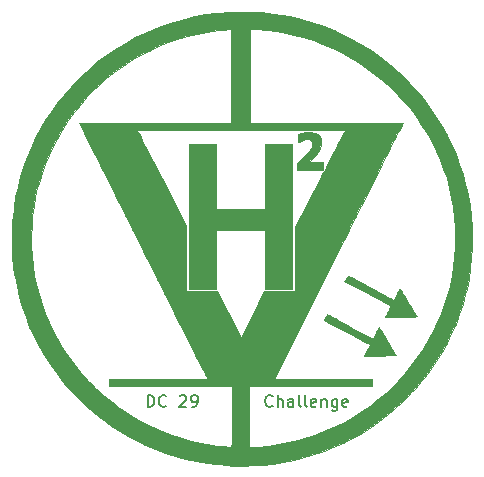
<source format=gbr>
G04 #@! TF.GenerationSoftware,KiCad,Pcbnew,(5.1.10-1-10_14)*
G04 #@! TF.CreationDate,2021-08-06T16:45:07+03:00*
G04 #@! TF.ProjectId,hhv_coin,6868765f-636f-4696-9e2e-6b696361645f,rev?*
G04 #@! TF.SameCoordinates,Original*
G04 #@! TF.FileFunction,Copper,L1,Top*
G04 #@! TF.FilePolarity,Positive*
%FSLAX46Y46*%
G04 Gerber Fmt 4.6, Leading zero omitted, Abs format (unit mm)*
G04 Created by KiCad (PCBNEW (5.1.10-1-10_14)) date 2021-08-06 16:45:07*
%MOMM*%
%LPD*%
G01*
G04 APERTURE LIST*
G04 #@! TA.AperFunction,NonConductor*
%ADD10C,0.150000*%
G04 #@! TD*
G04 #@! TA.AperFunction,EtchedComponent*
%ADD11C,0.010000*%
G04 #@! TD*
G04 APERTURE END LIST*
D10*
X-8971428Y-15152380D02*
X-8971428Y-14152380D01*
X-8733333Y-14152380D01*
X-8590476Y-14200000D01*
X-8495238Y-14295238D01*
X-8447619Y-14390476D01*
X-8400000Y-14580952D01*
X-8400000Y-14723809D01*
X-8447619Y-14914285D01*
X-8495238Y-15009523D01*
X-8590476Y-15104761D01*
X-8733333Y-15152380D01*
X-8971428Y-15152380D01*
X-7400000Y-15057142D02*
X-7447619Y-15104761D01*
X-7590476Y-15152380D01*
X-7685714Y-15152380D01*
X-7828571Y-15104761D01*
X-7923809Y-15009523D01*
X-7971428Y-14914285D01*
X-8019047Y-14723809D01*
X-8019047Y-14580952D01*
X-7971428Y-14390476D01*
X-7923809Y-14295238D01*
X-7828571Y-14200000D01*
X-7685714Y-14152380D01*
X-7590476Y-14152380D01*
X-7447619Y-14200000D01*
X-7400000Y-14247619D01*
X-6257142Y-14247619D02*
X-6209523Y-14200000D01*
X-6114285Y-14152380D01*
X-5876190Y-14152380D01*
X-5780952Y-14200000D01*
X-5733333Y-14247619D01*
X-5685714Y-14342857D01*
X-5685714Y-14438095D01*
X-5733333Y-14580952D01*
X-6304761Y-15152380D01*
X-5685714Y-15152380D01*
X-5209523Y-15152380D02*
X-5019047Y-15152380D01*
X-4923809Y-15104761D01*
X-4876190Y-15057142D01*
X-4780952Y-14914285D01*
X-4733333Y-14723809D01*
X-4733333Y-14342857D01*
X-4780952Y-14247619D01*
X-4828571Y-14200000D01*
X-4923809Y-14152380D01*
X-5114285Y-14152380D01*
X-5209523Y-14200000D01*
X-5257142Y-14247619D01*
X-5304761Y-14342857D01*
X-5304761Y-14580952D01*
X-5257142Y-14676190D01*
X-5209523Y-14723809D01*
X-5114285Y-14771428D01*
X-4923809Y-14771428D01*
X-4828571Y-14723809D01*
X-4780952Y-14676190D01*
X-4733333Y-14580952D01*
X1599999Y-15057142D02*
X1552380Y-15104761D01*
X1409523Y-15152380D01*
X1314285Y-15152380D01*
X1171428Y-15104761D01*
X1076190Y-15009523D01*
X1028571Y-14914285D01*
X980952Y-14723809D01*
X980952Y-14580952D01*
X1028571Y-14390476D01*
X1076190Y-14295238D01*
X1171428Y-14200000D01*
X1314285Y-14152380D01*
X1409523Y-14152380D01*
X1552380Y-14200000D01*
X1599999Y-14247619D01*
X2028571Y-15152380D02*
X2028571Y-14152380D01*
X2457142Y-15152380D02*
X2457142Y-14628571D01*
X2409523Y-14533333D01*
X2314285Y-14485714D01*
X2171428Y-14485714D01*
X2076190Y-14533333D01*
X2028571Y-14580952D01*
X3361904Y-15152380D02*
X3361904Y-14628571D01*
X3314285Y-14533333D01*
X3219047Y-14485714D01*
X3028571Y-14485714D01*
X2933333Y-14533333D01*
X3361904Y-15104761D02*
X3266666Y-15152380D01*
X3028571Y-15152380D01*
X2933333Y-15104761D01*
X2885714Y-15009523D01*
X2885714Y-14914285D01*
X2933333Y-14819047D01*
X3028571Y-14771428D01*
X3266666Y-14771428D01*
X3361904Y-14723809D01*
X3980952Y-15152380D02*
X3885714Y-15104761D01*
X3838095Y-15009523D01*
X3838095Y-14152380D01*
X4504761Y-15152380D02*
X4409523Y-15104761D01*
X4361904Y-15009523D01*
X4361904Y-14152380D01*
X5266666Y-15104761D02*
X5171428Y-15152380D01*
X4980952Y-15152380D01*
X4885714Y-15104761D01*
X4838095Y-15009523D01*
X4838095Y-14628571D01*
X4885714Y-14533333D01*
X4980952Y-14485714D01*
X5171428Y-14485714D01*
X5266666Y-14533333D01*
X5314285Y-14628571D01*
X5314285Y-14723809D01*
X4838095Y-14819047D01*
X5742857Y-14485714D02*
X5742857Y-15152380D01*
X5742857Y-14580952D02*
X5790476Y-14533333D01*
X5885714Y-14485714D01*
X6028571Y-14485714D01*
X6123809Y-14533333D01*
X6171428Y-14628571D01*
X6171428Y-15152380D01*
X7076190Y-14485714D02*
X7076190Y-15295238D01*
X7028571Y-15390476D01*
X6980952Y-15438095D01*
X6885714Y-15485714D01*
X6742857Y-15485714D01*
X6647619Y-15438095D01*
X7076190Y-15104761D02*
X6980952Y-15152380D01*
X6790476Y-15152380D01*
X6695238Y-15104761D01*
X6647619Y-15057142D01*
X6599999Y-14961904D01*
X6599999Y-14676190D01*
X6647619Y-14580952D01*
X6695238Y-14533333D01*
X6790476Y-14485714D01*
X6980952Y-14485714D01*
X7076190Y-14533333D01*
X7933333Y-15104761D02*
X7838095Y-15152380D01*
X7647619Y-15152380D01*
X7552380Y-15104761D01*
X7504761Y-15009523D01*
X7504761Y-14628571D01*
X7552380Y-14533333D01*
X7647619Y-14485714D01*
X7838095Y-14485714D01*
X7933333Y-14533333D01*
X7980952Y-14628571D01*
X7980952Y-14723809D01*
X7504761Y-14819047D01*
D11*
G36*
X-478481Y18299946D02*
G01*
X97097Y18279275D01*
X647337Y18243225D01*
X695500Y18239198D01*
X1600905Y18141120D01*
X2496515Y18002390D01*
X3381125Y17823618D01*
X4253535Y17605412D01*
X5112541Y17348383D01*
X5956942Y17053141D01*
X6785535Y16720296D01*
X7597118Y16350456D01*
X8390489Y15944233D01*
X9164445Y15502236D01*
X9917785Y15025074D01*
X10649305Y14513358D01*
X11357805Y13967696D01*
X12042081Y13388700D01*
X12700931Y12776979D01*
X13333153Y12133142D01*
X13838379Y11573000D01*
X14412285Y10879623D01*
X14951323Y10163024D01*
X15454894Y9424419D01*
X15922405Y8665023D01*
X16353257Y7886053D01*
X16746855Y7088725D01*
X17102602Y6274254D01*
X17419904Y5443857D01*
X17698162Y4598750D01*
X17936782Y3740149D01*
X18135167Y2869269D01*
X18155563Y2767435D01*
X18306588Y1893606D01*
X18416263Y1012959D01*
X18484641Y127497D01*
X18511776Y-760775D01*
X18497721Y-1649852D01*
X18442531Y-2537732D01*
X18346258Y-3422410D01*
X18208955Y-4301883D01*
X18030678Y-5174145D01*
X17932360Y-5582583D01*
X17692965Y-6444532D01*
X17413954Y-7291895D01*
X17095753Y-8123831D01*
X16738787Y-8939500D01*
X16343480Y-9738060D01*
X15910258Y-10518671D01*
X15439545Y-11280493D01*
X14931766Y-12022683D01*
X14387346Y-12744403D01*
X14189117Y-12990916D01*
X13934120Y-13294270D01*
X13655017Y-13610766D01*
X13359276Y-13932623D01*
X13054363Y-14252059D01*
X12747744Y-14561292D01*
X12446887Y-14852540D01*
X12159258Y-15118023D01*
X12083166Y-15185748D01*
X11376705Y-15782180D01*
X10652719Y-16340221D01*
X9910454Y-16860352D01*
X9149151Y-17343052D01*
X8368054Y-17788802D01*
X7566407Y-18198082D01*
X6759750Y-18564416D01*
X5933546Y-18895682D01*
X5096751Y-19187675D01*
X4247644Y-19440816D01*
X3384505Y-19655528D01*
X2505612Y-19832236D01*
X1609247Y-19971360D01*
X693689Y-20073324D01*
X579083Y-20083369D01*
X455420Y-20091828D01*
X295652Y-20099539D01*
X106005Y-20106437D01*
X-107299Y-20112454D01*
X-338036Y-20117524D01*
X-579982Y-20121579D01*
X-826912Y-20124552D01*
X-1072604Y-20126378D01*
X-1310833Y-20126988D01*
X-1535376Y-20126316D01*
X-1740009Y-20124295D01*
X-1918508Y-20120858D01*
X-2064649Y-20115938D01*
X-2130250Y-20112497D01*
X-3062288Y-20034005D01*
X-3979840Y-19915736D01*
X-4882929Y-19757683D01*
X-5771575Y-19559839D01*
X-6645800Y-19322197D01*
X-7505627Y-19044752D01*
X-8351077Y-18727494D01*
X-9182171Y-18370419D01*
X-9998932Y-17973518D01*
X-10801381Y-17536785D01*
X-11459066Y-17142474D01*
X-12041103Y-16763312D01*
X-12613026Y-16359517D01*
X-13181188Y-15926353D01*
X-13751942Y-15459085D01*
X-13983584Y-15260533D01*
X-14084613Y-15170261D01*
X-14209636Y-15054408D01*
X-14353487Y-14918088D01*
X-14511001Y-14766409D01*
X-14677012Y-14604484D01*
X-14846356Y-14437422D01*
X-15013867Y-14270335D01*
X-15174380Y-14108334D01*
X-15322730Y-13956529D01*
X-15453752Y-13820032D01*
X-15562280Y-13703953D01*
X-15610111Y-13651114D01*
X-16205123Y-12952319D01*
X-16762537Y-12234175D01*
X-17282216Y-11496967D01*
X-17764023Y-10740981D01*
X-18207822Y-9966501D01*
X-18613474Y-9173814D01*
X-18980843Y-8363204D01*
X-19309792Y-7534957D01*
X-19600183Y-6689358D01*
X-19851880Y-5826693D01*
X-20064745Y-4947247D01*
X-20238642Y-4051306D01*
X-20248161Y-3995083D01*
X-20354135Y-3262332D01*
X-20430590Y-2506461D01*
X-20477266Y-1734949D01*
X-20493902Y-955273D01*
X-20488340Y-637566D01*
X-18825649Y-637566D01*
X-18818004Y-1412750D01*
X-18771369Y-2267996D01*
X-18683292Y-3116252D01*
X-18554271Y-3956288D01*
X-18384804Y-4786877D01*
X-18175387Y-5606793D01*
X-17926520Y-6414807D01*
X-17638698Y-7209692D01*
X-17312421Y-7990220D01*
X-16948184Y-8755165D01*
X-16546487Y-9503298D01*
X-16107825Y-10233391D01*
X-15632698Y-10944218D01*
X-15121602Y-11634551D01*
X-14575035Y-12303163D01*
X-14258002Y-12662833D01*
X-13997052Y-12942513D01*
X-13708543Y-13236378D01*
X-13400976Y-13536436D01*
X-13082849Y-13834692D01*
X-12762663Y-14123154D01*
X-12448918Y-14393828D01*
X-12195000Y-14602860D01*
X-11503985Y-15130690D01*
X-10790304Y-15623081D01*
X-10055279Y-16079476D01*
X-9300231Y-16499320D01*
X-8526481Y-16882055D01*
X-7735350Y-17227124D01*
X-6928159Y-17533971D01*
X-6106229Y-17802040D01*
X-5270882Y-18030773D01*
X-4423439Y-18219614D01*
X-3565220Y-18368006D01*
X-3114500Y-18429076D01*
X-2958181Y-18447498D01*
X-2792376Y-18465719D01*
X-2630396Y-18482364D01*
X-2485552Y-18496059D01*
X-2384250Y-18504473D01*
X-2269768Y-18513117D01*
X-2164317Y-18521255D01*
X-2078170Y-18528082D01*
X-2021599Y-18532793D01*
X-2013834Y-18533495D01*
X-1952221Y-18539213D01*
X-1904371Y-18543627D01*
X-1902709Y-18543779D01*
X-1897190Y-18542673D01*
X-1892246Y-18536825D01*
X-1887847Y-18524037D01*
X-1883960Y-18502111D01*
X-1880554Y-18468847D01*
X-1877597Y-18422046D01*
X-1875058Y-18359512D01*
X-1872906Y-18279043D01*
X-1871107Y-18178443D01*
X-1869632Y-18055513D01*
X-1868448Y-17908053D01*
X-1867524Y-17733865D01*
X-1866828Y-17530751D01*
X-1866329Y-17296512D01*
X-1865995Y-17028950D01*
X-1865794Y-16725865D01*
X-1865696Y-16385059D01*
X-1865667Y-16004334D01*
X-1865667Y-13382500D01*
X-405167Y-13382500D01*
X-405167Y-18570607D01*
X-167042Y-18557751D01*
X-53184Y-18551325D01*
X86135Y-18543044D01*
X234143Y-18533923D01*
X374065Y-18524982D01*
X388583Y-18524031D01*
X1237912Y-18447187D01*
X2082174Y-18329054D01*
X2919603Y-18170409D01*
X3748437Y-17972031D01*
X4566910Y-17734699D01*
X5373258Y-17459190D01*
X6165717Y-17146284D01*
X6942522Y-16796757D01*
X7701910Y-16411390D01*
X8442116Y-15990960D01*
X9161376Y-15536246D01*
X9857926Y-15048026D01*
X10530000Y-14527078D01*
X11175836Y-13974180D01*
X11603435Y-13576200D01*
X12224961Y-12950019D01*
X12808895Y-12304632D01*
X13355740Y-11639296D01*
X13866000Y-10953265D01*
X14340180Y-10245793D01*
X14778784Y-9516137D01*
X15182316Y-8763550D01*
X15551280Y-7987288D01*
X15829884Y-7328833D01*
X16122873Y-6540874D01*
X16376273Y-5740086D01*
X16590088Y-4928344D01*
X16764324Y-4107527D01*
X16898986Y-3279513D01*
X16994079Y-2446179D01*
X17049609Y-1609404D01*
X17065581Y-771065D01*
X17042001Y66960D01*
X16978873Y902794D01*
X16876202Y1734558D01*
X16733995Y2560375D01*
X16552257Y3378367D01*
X16330991Y4186656D01*
X16070205Y4983365D01*
X15793203Y5709834D01*
X15447664Y6501094D01*
X15066386Y7270605D01*
X14650486Y8017445D01*
X14201083Y8740691D01*
X13719292Y9439422D01*
X13206231Y10112717D01*
X12663016Y10759653D01*
X12090766Y11379309D01*
X11490597Y11970762D01*
X10863625Y12533092D01*
X10210969Y13065376D01*
X9533745Y13566692D01*
X8833069Y14036119D01*
X8110060Y14472734D01*
X7365834Y14875617D01*
X6601508Y15243845D01*
X5818199Y15576496D01*
X5017024Y15872648D01*
X4199101Y16131381D01*
X3365546Y16351771D01*
X2727500Y16492009D01*
X1923985Y16635657D01*
X1124007Y16742483D01*
X315272Y16814007D01*
X-40042Y16834374D01*
X-341667Y16848927D01*
X-341667Y8884834D01*
X6135333Y8884834D01*
X6656171Y8884778D01*
X7165981Y8884615D01*
X7663145Y8884348D01*
X8146040Y8883981D01*
X8613049Y8883519D01*
X9062550Y8882967D01*
X9492924Y8882328D01*
X9902551Y8881606D01*
X10289810Y8880807D01*
X10653082Y8879934D01*
X10990747Y8878992D01*
X11301185Y8877984D01*
X11582775Y8876916D01*
X11833898Y8875792D01*
X12052934Y8874615D01*
X12238263Y8873390D01*
X12388265Y8872122D01*
X12501320Y8870815D01*
X12575808Y8869473D01*
X12610108Y8868100D01*
X12612333Y8867648D01*
X12602904Y8847898D01*
X12574974Y8791395D01*
X12529075Y8699200D01*
X12465740Y8572372D01*
X12385500Y8411971D01*
X12288889Y8219058D01*
X12176440Y7994693D01*
X12048684Y7739935D01*
X11906154Y7455844D01*
X11749384Y7143481D01*
X11578905Y6803906D01*
X11395250Y6438179D01*
X11198952Y6047360D01*
X10990543Y5632508D01*
X10770555Y5194685D01*
X10539523Y4734949D01*
X10297977Y4254362D01*
X10046451Y3753983D01*
X9785477Y3234871D01*
X9515588Y2698088D01*
X9237316Y2144694D01*
X8951194Y1575747D01*
X8657754Y992309D01*
X8357529Y395440D01*
X8051052Y-213801D01*
X7738856Y-834354D01*
X7421472Y-1465158D01*
X7164938Y-1974977D01*
X1717544Y-12800416D01*
X5857897Y-12811000D01*
X9998250Y-12821583D01*
X10004156Y-13102041D01*
X10010062Y-13382500D01*
X-405167Y-13382500D01*
X-1865667Y-13382500D01*
X-12279667Y-13382500D01*
X-12279667Y-12811000D01*
X-8088667Y-12811000D01*
X-7670744Y-12810931D01*
X-7264242Y-12810731D01*
X-6871175Y-12810405D01*
X-6493557Y-12809960D01*
X-6133403Y-12809403D01*
X-5792725Y-12808740D01*
X-5473538Y-12807978D01*
X-5177856Y-12807123D01*
X-4907692Y-12806183D01*
X-4665061Y-12805163D01*
X-4451976Y-12804070D01*
X-4270452Y-12802911D01*
X-4122502Y-12801693D01*
X-4010140Y-12800422D01*
X-3935380Y-12799104D01*
X-3900236Y-12797747D01*
X-3897667Y-12797265D01*
X-3907084Y-12777713D01*
X-3934978Y-12721398D01*
X-3980819Y-12629378D01*
X-4044073Y-12502716D01*
X-4124208Y-12342470D01*
X-4220693Y-12149703D01*
X-4332995Y-11925474D01*
X-4460582Y-11670845D01*
X-4602921Y-11386875D01*
X-4759481Y-11074625D01*
X-4929730Y-10735156D01*
X-5113134Y-10369529D01*
X-5309162Y-9978803D01*
X-5517282Y-9564040D01*
X-5736962Y-9126300D01*
X-5967668Y-8666644D01*
X-6208870Y-8186132D01*
X-6460035Y-7685824D01*
X-6720630Y-7166782D01*
X-6990124Y-6630066D01*
X-7267984Y-6076736D01*
X-7553678Y-5507853D01*
X-7846674Y-4924478D01*
X-8146440Y-4327671D01*
X-8452443Y-3718493D01*
X-8764152Y-3098003D01*
X-9081033Y-2467264D01*
X-9332209Y-1967344D01*
X-9652799Y-1329277D01*
X-9968656Y-700617D01*
X-10279247Y-82426D01*
X-10584038Y524236D01*
X-10882497Y1118307D01*
X-11174090Y1698726D01*
X-11458286Y2264432D01*
X-11734549Y2814364D01*
X-12002349Y3347460D01*
X-12261151Y3862659D01*
X-12510423Y4358901D01*
X-12749632Y4835123D01*
X-12978244Y5290265D01*
X-13195727Y5723266D01*
X-13401548Y6133064D01*
X-13595174Y6518598D01*
X-13776071Y6878808D01*
X-13943707Y7212631D01*
X-14097549Y7519006D01*
X-14237063Y7796874D01*
X-14361718Y8045171D01*
X-14470979Y8262837D01*
X-14481859Y8284517D01*
X-9887834Y8284517D01*
X-9878226Y8265279D01*
X-9849998Y8210190D01*
X-9804040Y8120971D01*
X-9741242Y7999341D01*
X-9662496Y7847018D01*
X-9568692Y7665722D01*
X-9460721Y7457171D01*
X-9339473Y7223085D01*
X-9205840Y6965183D01*
X-9060712Y6685184D01*
X-8904980Y6384806D01*
X-8739535Y6065770D01*
X-8565266Y5729794D01*
X-8383066Y5378597D01*
X-8193825Y5013898D01*
X-7998434Y4637416D01*
X-7797783Y4250871D01*
X-7790266Y4236392D01*
X-5692698Y195917D01*
X-5703805Y-2571625D01*
X-5714912Y-5339166D01*
X-3074851Y-5339166D01*
X-2073384Y-7327625D01*
X-1071917Y-9316083D01*
X-77136Y-7327625D01*
X917645Y-5339166D01*
X2198281Y-5339169D01*
X3478916Y-5339173D01*
X3464960Y40901D01*
X5604480Y4155544D01*
X5807472Y4545981D01*
X6005239Y4926464D01*
X6196896Y5295288D01*
X6381560Y5650749D01*
X6558346Y5991143D01*
X6726371Y6314765D01*
X6884751Y6619912D01*
X7032602Y6904878D01*
X7169040Y7167961D01*
X7293182Y7407454D01*
X7404144Y7621654D01*
X7501041Y7808858D01*
X7582991Y7967359D01*
X7649108Y8095455D01*
X7698510Y8191441D01*
X7730312Y8253612D01*
X7743631Y8280264D01*
X7744000Y8281177D01*
X7723064Y8281936D01*
X7661184Y8282681D01*
X7559748Y8283411D01*
X7420144Y8284124D01*
X7243761Y8284818D01*
X7031988Y8285492D01*
X6786212Y8286144D01*
X6507823Y8286772D01*
X6198209Y8287374D01*
X5858759Y8287950D01*
X5490861Y8288496D01*
X5095904Y8289011D01*
X4675276Y8289494D01*
X4230366Y8289942D01*
X3762563Y8290355D01*
X3273254Y8290730D01*
X2763829Y8291066D01*
X2235677Y8291360D01*
X1690185Y8291611D01*
X1128742Y8291818D01*
X552737Y8291979D01*
X-36442Y8292091D01*
X-637405Y8292154D01*
X-1071917Y8292167D01*
X-1680429Y8292149D01*
X-2278145Y8292095D01*
X-2863676Y8292007D01*
X-3435635Y8291886D01*
X-3992631Y8291733D01*
X-4533278Y8291549D01*
X-5056185Y8291336D01*
X-5559966Y8291095D01*
X-6043230Y8290826D01*
X-6504590Y8290531D01*
X-6942658Y8290212D01*
X-7356043Y8289869D01*
X-7743359Y8289504D01*
X-8103216Y8289118D01*
X-8434225Y8288712D01*
X-8734999Y8288288D01*
X-9004149Y8287846D01*
X-9240286Y8287387D01*
X-9442021Y8286914D01*
X-9607966Y8286427D01*
X-9736733Y8285927D01*
X-9826933Y8285416D01*
X-9877177Y8284894D01*
X-9887834Y8284517D01*
X-14481859Y8284517D01*
X-14564314Y8448812D01*
X-14641189Y8602033D01*
X-14701073Y8721439D01*
X-14743431Y8805970D01*
X-14767731Y8854564D01*
X-14773806Y8866838D01*
X-14753484Y8868289D01*
X-14692452Y8869710D01*
X-14592332Y8871095D01*
X-14454746Y8872441D01*
X-14281318Y8873741D01*
X-14073671Y8874993D01*
X-13833426Y8876192D01*
X-13562207Y8877332D01*
X-13261636Y8878409D01*
X-12933336Y8879420D01*
X-12578930Y8880358D01*
X-12200040Y8881221D01*
X-11798289Y8882002D01*
X-11375301Y8882699D01*
X-10932696Y8883305D01*
X-10472099Y8883817D01*
X-9995133Y8884230D01*
X-9503418Y8884539D01*
X-8998579Y8884741D01*
X-8482238Y8884830D01*
X-8344431Y8884834D01*
X-1908000Y8884834D01*
X-1908000Y16822334D01*
X-1976792Y16822213D01*
X-2031401Y16820043D01*
X-2120346Y16814118D01*
X-2235863Y16805132D01*
X-2370189Y16793782D01*
X-2515562Y16780762D01*
X-2664217Y16766767D01*
X-2808392Y16752492D01*
X-2940323Y16738633D01*
X-3051000Y16726034D01*
X-3917771Y16600731D01*
X-4773542Y16434846D01*
X-5617124Y16228948D01*
X-6447330Y15983602D01*
X-7262972Y15699375D01*
X-8062862Y15376834D01*
X-8845811Y15016544D01*
X-9610631Y14619074D01*
X-10356135Y14184988D01*
X-11081134Y13714855D01*
X-11784439Y13209239D01*
X-12464864Y12668709D01*
X-13121220Y12093830D01*
X-13484138Y11750976D01*
X-14083653Y11139813D01*
X-14651858Y10501349D01*
X-15187826Y9837186D01*
X-15690628Y9148926D01*
X-16159339Y8438174D01*
X-16593031Y7706532D01*
X-16990777Y6955604D01*
X-17351650Y6186992D01*
X-17674723Y5402299D01*
X-17959068Y4603128D01*
X-18203759Y3791082D01*
X-18300198Y3423834D01*
X-18483501Y2615851D01*
X-18627203Y1810340D01*
X-18731798Y1002680D01*
X-18797782Y188251D01*
X-18825649Y-637566D01*
X-20488340Y-637566D01*
X-20480238Y-174909D01*
X-20436011Y598665D01*
X-20416508Y830917D01*
X-20315628Y1714053D01*
X-20173779Y2588096D01*
X-19991584Y3451848D01*
X-19769666Y4304114D01*
X-19508647Y5143695D01*
X-19209149Y5969397D01*
X-18871794Y6780021D01*
X-18497205Y7574373D01*
X-18086005Y8351254D01*
X-17638814Y9109468D01*
X-17156256Y9847819D01*
X-16638952Y10565110D01*
X-16087526Y11260144D01*
X-15502599Y11931725D01*
X-14884794Y12578656D01*
X-14234733Y13199740D01*
X-13771401Y13609430D01*
X-13070384Y14182304D01*
X-12345913Y14720255D01*
X-11599179Y15222785D01*
X-10831370Y15689393D01*
X-10043673Y16119581D01*
X-9237279Y16512850D01*
X-8413375Y16868699D01*
X-7573150Y17186629D01*
X-6717794Y17466141D01*
X-5848493Y17706736D01*
X-4966438Y17907913D01*
X-4072817Y18069174D01*
X-3168817Y18190019D01*
X-2775834Y18229556D01*
X-2228074Y18270043D01*
X-1653984Y18295294D01*
X-1066481Y18305274D01*
X-478481Y18299946D01*
G37*
X-478481Y18299946D02*
X97097Y18279275D01*
X647337Y18243225D01*
X695500Y18239198D01*
X1600905Y18141120D01*
X2496515Y18002390D01*
X3381125Y17823618D01*
X4253535Y17605412D01*
X5112541Y17348383D01*
X5956942Y17053141D01*
X6785535Y16720296D01*
X7597118Y16350456D01*
X8390489Y15944233D01*
X9164445Y15502236D01*
X9917785Y15025074D01*
X10649305Y14513358D01*
X11357805Y13967696D01*
X12042081Y13388700D01*
X12700931Y12776979D01*
X13333153Y12133142D01*
X13838379Y11573000D01*
X14412285Y10879623D01*
X14951323Y10163024D01*
X15454894Y9424419D01*
X15922405Y8665023D01*
X16353257Y7886053D01*
X16746855Y7088725D01*
X17102602Y6274254D01*
X17419904Y5443857D01*
X17698162Y4598750D01*
X17936782Y3740149D01*
X18135167Y2869269D01*
X18155563Y2767435D01*
X18306588Y1893606D01*
X18416263Y1012959D01*
X18484641Y127497D01*
X18511776Y-760775D01*
X18497721Y-1649852D01*
X18442531Y-2537732D01*
X18346258Y-3422410D01*
X18208955Y-4301883D01*
X18030678Y-5174145D01*
X17932360Y-5582583D01*
X17692965Y-6444532D01*
X17413954Y-7291895D01*
X17095753Y-8123831D01*
X16738787Y-8939500D01*
X16343480Y-9738060D01*
X15910258Y-10518671D01*
X15439545Y-11280493D01*
X14931766Y-12022683D01*
X14387346Y-12744403D01*
X14189117Y-12990916D01*
X13934120Y-13294270D01*
X13655017Y-13610766D01*
X13359276Y-13932623D01*
X13054363Y-14252059D01*
X12747744Y-14561292D01*
X12446887Y-14852540D01*
X12159258Y-15118023D01*
X12083166Y-15185748D01*
X11376705Y-15782180D01*
X10652719Y-16340221D01*
X9910454Y-16860352D01*
X9149151Y-17343052D01*
X8368054Y-17788802D01*
X7566407Y-18198082D01*
X6759750Y-18564416D01*
X5933546Y-18895682D01*
X5096751Y-19187675D01*
X4247644Y-19440816D01*
X3384505Y-19655528D01*
X2505612Y-19832236D01*
X1609247Y-19971360D01*
X693689Y-20073324D01*
X579083Y-20083369D01*
X455420Y-20091828D01*
X295652Y-20099539D01*
X106005Y-20106437D01*
X-107299Y-20112454D01*
X-338036Y-20117524D01*
X-579982Y-20121579D01*
X-826912Y-20124552D01*
X-1072604Y-20126378D01*
X-1310833Y-20126988D01*
X-1535376Y-20126316D01*
X-1740009Y-20124295D01*
X-1918508Y-20120858D01*
X-2064649Y-20115938D01*
X-2130250Y-20112497D01*
X-3062288Y-20034005D01*
X-3979840Y-19915736D01*
X-4882929Y-19757683D01*
X-5771575Y-19559839D01*
X-6645800Y-19322197D01*
X-7505627Y-19044752D01*
X-8351077Y-18727494D01*
X-9182171Y-18370419D01*
X-9998932Y-17973518D01*
X-10801381Y-17536785D01*
X-11459066Y-17142474D01*
X-12041103Y-16763312D01*
X-12613026Y-16359517D01*
X-13181188Y-15926353D01*
X-13751942Y-15459085D01*
X-13983584Y-15260533D01*
X-14084613Y-15170261D01*
X-14209636Y-15054408D01*
X-14353487Y-14918088D01*
X-14511001Y-14766409D01*
X-14677012Y-14604484D01*
X-14846356Y-14437422D01*
X-15013867Y-14270335D01*
X-15174380Y-14108334D01*
X-15322730Y-13956529D01*
X-15453752Y-13820032D01*
X-15562280Y-13703953D01*
X-15610111Y-13651114D01*
X-16205123Y-12952319D01*
X-16762537Y-12234175D01*
X-17282216Y-11496967D01*
X-17764023Y-10740981D01*
X-18207822Y-9966501D01*
X-18613474Y-9173814D01*
X-18980843Y-8363204D01*
X-19309792Y-7534957D01*
X-19600183Y-6689358D01*
X-19851880Y-5826693D01*
X-20064745Y-4947247D01*
X-20238642Y-4051306D01*
X-20248161Y-3995083D01*
X-20354135Y-3262332D01*
X-20430590Y-2506461D01*
X-20477266Y-1734949D01*
X-20493902Y-955273D01*
X-20488340Y-637566D01*
X-18825649Y-637566D01*
X-18818004Y-1412750D01*
X-18771369Y-2267996D01*
X-18683292Y-3116252D01*
X-18554271Y-3956288D01*
X-18384804Y-4786877D01*
X-18175387Y-5606793D01*
X-17926520Y-6414807D01*
X-17638698Y-7209692D01*
X-17312421Y-7990220D01*
X-16948184Y-8755165D01*
X-16546487Y-9503298D01*
X-16107825Y-10233391D01*
X-15632698Y-10944218D01*
X-15121602Y-11634551D01*
X-14575035Y-12303163D01*
X-14258002Y-12662833D01*
X-13997052Y-12942513D01*
X-13708543Y-13236378D01*
X-13400976Y-13536436D01*
X-13082849Y-13834692D01*
X-12762663Y-14123154D01*
X-12448918Y-14393828D01*
X-12195000Y-14602860D01*
X-11503985Y-15130690D01*
X-10790304Y-15623081D01*
X-10055279Y-16079476D01*
X-9300231Y-16499320D01*
X-8526481Y-16882055D01*
X-7735350Y-17227124D01*
X-6928159Y-17533971D01*
X-6106229Y-17802040D01*
X-5270882Y-18030773D01*
X-4423439Y-18219614D01*
X-3565220Y-18368006D01*
X-3114500Y-18429076D01*
X-2958181Y-18447498D01*
X-2792376Y-18465719D01*
X-2630396Y-18482364D01*
X-2485552Y-18496059D01*
X-2384250Y-18504473D01*
X-2269768Y-18513117D01*
X-2164317Y-18521255D01*
X-2078170Y-18528082D01*
X-2021599Y-18532793D01*
X-2013834Y-18533495D01*
X-1952221Y-18539213D01*
X-1904371Y-18543627D01*
X-1902709Y-18543779D01*
X-1897190Y-18542673D01*
X-1892246Y-18536825D01*
X-1887847Y-18524037D01*
X-1883960Y-18502111D01*
X-1880554Y-18468847D01*
X-1877597Y-18422046D01*
X-1875058Y-18359512D01*
X-1872906Y-18279043D01*
X-1871107Y-18178443D01*
X-1869632Y-18055513D01*
X-1868448Y-17908053D01*
X-1867524Y-17733865D01*
X-1866828Y-17530751D01*
X-1866329Y-17296512D01*
X-1865995Y-17028950D01*
X-1865794Y-16725865D01*
X-1865696Y-16385059D01*
X-1865667Y-16004334D01*
X-1865667Y-13382500D01*
X-405167Y-13382500D01*
X-405167Y-18570607D01*
X-167042Y-18557751D01*
X-53184Y-18551325D01*
X86135Y-18543044D01*
X234143Y-18533923D01*
X374065Y-18524982D01*
X388583Y-18524031D01*
X1237912Y-18447187D01*
X2082174Y-18329054D01*
X2919603Y-18170409D01*
X3748437Y-17972031D01*
X4566910Y-17734699D01*
X5373258Y-17459190D01*
X6165717Y-17146284D01*
X6942522Y-16796757D01*
X7701910Y-16411390D01*
X8442116Y-15990960D01*
X9161376Y-15536246D01*
X9857926Y-15048026D01*
X10530000Y-14527078D01*
X11175836Y-13974180D01*
X11603435Y-13576200D01*
X12224961Y-12950019D01*
X12808895Y-12304632D01*
X13355740Y-11639296D01*
X13866000Y-10953265D01*
X14340180Y-10245793D01*
X14778784Y-9516137D01*
X15182316Y-8763550D01*
X15551280Y-7987288D01*
X15829884Y-7328833D01*
X16122873Y-6540874D01*
X16376273Y-5740086D01*
X16590088Y-4928344D01*
X16764324Y-4107527D01*
X16898986Y-3279513D01*
X16994079Y-2446179D01*
X17049609Y-1609404D01*
X17065581Y-771065D01*
X17042001Y66960D01*
X16978873Y902794D01*
X16876202Y1734558D01*
X16733995Y2560375D01*
X16552257Y3378367D01*
X16330991Y4186656D01*
X16070205Y4983365D01*
X15793203Y5709834D01*
X15447664Y6501094D01*
X15066386Y7270605D01*
X14650486Y8017445D01*
X14201083Y8740691D01*
X13719292Y9439422D01*
X13206231Y10112717D01*
X12663016Y10759653D01*
X12090766Y11379309D01*
X11490597Y11970762D01*
X10863625Y12533092D01*
X10210969Y13065376D01*
X9533745Y13566692D01*
X8833069Y14036119D01*
X8110060Y14472734D01*
X7365834Y14875617D01*
X6601508Y15243845D01*
X5818199Y15576496D01*
X5017024Y15872648D01*
X4199101Y16131381D01*
X3365546Y16351771D01*
X2727500Y16492009D01*
X1923985Y16635657D01*
X1124007Y16742483D01*
X315272Y16814007D01*
X-40042Y16834374D01*
X-341667Y16848927D01*
X-341667Y8884834D01*
X6135333Y8884834D01*
X6656171Y8884778D01*
X7165981Y8884615D01*
X7663145Y8884348D01*
X8146040Y8883981D01*
X8613049Y8883519D01*
X9062550Y8882967D01*
X9492924Y8882328D01*
X9902551Y8881606D01*
X10289810Y8880807D01*
X10653082Y8879934D01*
X10990747Y8878992D01*
X11301185Y8877984D01*
X11582775Y8876916D01*
X11833898Y8875792D01*
X12052934Y8874615D01*
X12238263Y8873390D01*
X12388265Y8872122D01*
X12501320Y8870815D01*
X12575808Y8869473D01*
X12610108Y8868100D01*
X12612333Y8867648D01*
X12602904Y8847898D01*
X12574974Y8791395D01*
X12529075Y8699200D01*
X12465740Y8572372D01*
X12385500Y8411971D01*
X12288889Y8219058D01*
X12176440Y7994693D01*
X12048684Y7739935D01*
X11906154Y7455844D01*
X11749384Y7143481D01*
X11578905Y6803906D01*
X11395250Y6438179D01*
X11198952Y6047360D01*
X10990543Y5632508D01*
X10770555Y5194685D01*
X10539523Y4734949D01*
X10297977Y4254362D01*
X10046451Y3753983D01*
X9785477Y3234871D01*
X9515588Y2698088D01*
X9237316Y2144694D01*
X8951194Y1575747D01*
X8657754Y992309D01*
X8357529Y395440D01*
X8051052Y-213801D01*
X7738856Y-834354D01*
X7421472Y-1465158D01*
X7164938Y-1974977D01*
X1717544Y-12800416D01*
X5857897Y-12811000D01*
X9998250Y-12821583D01*
X10004156Y-13102041D01*
X10010062Y-13382500D01*
X-405167Y-13382500D01*
X-1865667Y-13382500D01*
X-12279667Y-13382500D01*
X-12279667Y-12811000D01*
X-8088667Y-12811000D01*
X-7670744Y-12810931D01*
X-7264242Y-12810731D01*
X-6871175Y-12810405D01*
X-6493557Y-12809960D01*
X-6133403Y-12809403D01*
X-5792725Y-12808740D01*
X-5473538Y-12807978D01*
X-5177856Y-12807123D01*
X-4907692Y-12806183D01*
X-4665061Y-12805163D01*
X-4451976Y-12804070D01*
X-4270452Y-12802911D01*
X-4122502Y-12801693D01*
X-4010140Y-12800422D01*
X-3935380Y-12799104D01*
X-3900236Y-12797747D01*
X-3897667Y-12797265D01*
X-3907084Y-12777713D01*
X-3934978Y-12721398D01*
X-3980819Y-12629378D01*
X-4044073Y-12502716D01*
X-4124208Y-12342470D01*
X-4220693Y-12149703D01*
X-4332995Y-11925474D01*
X-4460582Y-11670845D01*
X-4602921Y-11386875D01*
X-4759481Y-11074625D01*
X-4929730Y-10735156D01*
X-5113134Y-10369529D01*
X-5309162Y-9978803D01*
X-5517282Y-9564040D01*
X-5736962Y-9126300D01*
X-5967668Y-8666644D01*
X-6208870Y-8186132D01*
X-6460035Y-7685824D01*
X-6720630Y-7166782D01*
X-6990124Y-6630066D01*
X-7267984Y-6076736D01*
X-7553678Y-5507853D01*
X-7846674Y-4924478D01*
X-8146440Y-4327671D01*
X-8452443Y-3718493D01*
X-8764152Y-3098003D01*
X-9081033Y-2467264D01*
X-9332209Y-1967344D01*
X-9652799Y-1329277D01*
X-9968656Y-700617D01*
X-10279247Y-82426D01*
X-10584038Y524236D01*
X-10882497Y1118307D01*
X-11174090Y1698726D01*
X-11458286Y2264432D01*
X-11734549Y2814364D01*
X-12002349Y3347460D01*
X-12261151Y3862659D01*
X-12510423Y4358901D01*
X-12749632Y4835123D01*
X-12978244Y5290265D01*
X-13195727Y5723266D01*
X-13401548Y6133064D01*
X-13595174Y6518598D01*
X-13776071Y6878808D01*
X-13943707Y7212631D01*
X-14097549Y7519006D01*
X-14237063Y7796874D01*
X-14361718Y8045171D01*
X-14470979Y8262837D01*
X-14481859Y8284517D01*
X-9887834Y8284517D01*
X-9878226Y8265279D01*
X-9849998Y8210190D01*
X-9804040Y8120971D01*
X-9741242Y7999341D01*
X-9662496Y7847018D01*
X-9568692Y7665722D01*
X-9460721Y7457171D01*
X-9339473Y7223085D01*
X-9205840Y6965183D01*
X-9060712Y6685184D01*
X-8904980Y6384806D01*
X-8739535Y6065770D01*
X-8565266Y5729794D01*
X-8383066Y5378597D01*
X-8193825Y5013898D01*
X-7998434Y4637416D01*
X-7797783Y4250871D01*
X-7790266Y4236392D01*
X-5692698Y195917D01*
X-5703805Y-2571625D01*
X-5714912Y-5339166D01*
X-3074851Y-5339166D01*
X-2073384Y-7327625D01*
X-1071917Y-9316083D01*
X-77136Y-7327625D01*
X917645Y-5339166D01*
X2198281Y-5339169D01*
X3478916Y-5339173D01*
X3464960Y40901D01*
X5604480Y4155544D01*
X5807472Y4545981D01*
X6005239Y4926464D01*
X6196896Y5295288D01*
X6381560Y5650749D01*
X6558346Y5991143D01*
X6726371Y6314765D01*
X6884751Y6619912D01*
X7032602Y6904878D01*
X7169040Y7167961D01*
X7293182Y7407454D01*
X7404144Y7621654D01*
X7501041Y7808858D01*
X7582991Y7967359D01*
X7649108Y8095455D01*
X7698510Y8191441D01*
X7730312Y8253612D01*
X7743631Y8280264D01*
X7744000Y8281177D01*
X7723064Y8281936D01*
X7661184Y8282681D01*
X7559748Y8283411D01*
X7420144Y8284124D01*
X7243761Y8284818D01*
X7031988Y8285492D01*
X6786212Y8286144D01*
X6507823Y8286772D01*
X6198209Y8287374D01*
X5858759Y8287950D01*
X5490861Y8288496D01*
X5095904Y8289011D01*
X4675276Y8289494D01*
X4230366Y8289942D01*
X3762563Y8290355D01*
X3273254Y8290730D01*
X2763829Y8291066D01*
X2235677Y8291360D01*
X1690185Y8291611D01*
X1128742Y8291818D01*
X552737Y8291979D01*
X-36442Y8292091D01*
X-637405Y8292154D01*
X-1071917Y8292167D01*
X-1680429Y8292149D01*
X-2278145Y8292095D01*
X-2863676Y8292007D01*
X-3435635Y8291886D01*
X-3992631Y8291733D01*
X-4533278Y8291549D01*
X-5056185Y8291336D01*
X-5559966Y8291095D01*
X-6043230Y8290826D01*
X-6504590Y8290531D01*
X-6942658Y8290212D01*
X-7356043Y8289869D01*
X-7743359Y8289504D01*
X-8103216Y8289118D01*
X-8434225Y8288712D01*
X-8734999Y8288288D01*
X-9004149Y8287846D01*
X-9240286Y8287387D01*
X-9442021Y8286914D01*
X-9607966Y8286427D01*
X-9736733Y8285927D01*
X-9826933Y8285416D01*
X-9877177Y8284894D01*
X-9887834Y8284517D01*
X-14481859Y8284517D01*
X-14564314Y8448812D01*
X-14641189Y8602033D01*
X-14701073Y8721439D01*
X-14743431Y8805970D01*
X-14767731Y8854564D01*
X-14773806Y8866838D01*
X-14753484Y8868289D01*
X-14692452Y8869710D01*
X-14592332Y8871095D01*
X-14454746Y8872441D01*
X-14281318Y8873741D01*
X-14073671Y8874993D01*
X-13833426Y8876192D01*
X-13562207Y8877332D01*
X-13261636Y8878409D01*
X-12933336Y8879420D01*
X-12578930Y8880358D01*
X-12200040Y8881221D01*
X-11798289Y8882002D01*
X-11375301Y8882699D01*
X-10932696Y8883305D01*
X-10472099Y8883817D01*
X-9995133Y8884230D01*
X-9503418Y8884539D01*
X-8998579Y8884741D01*
X-8482238Y8884830D01*
X-8344431Y8884834D01*
X-1908000Y8884834D01*
X-1908000Y16822334D01*
X-1976792Y16822213D01*
X-2031401Y16820043D01*
X-2120346Y16814118D01*
X-2235863Y16805132D01*
X-2370189Y16793782D01*
X-2515562Y16780762D01*
X-2664217Y16766767D01*
X-2808392Y16752492D01*
X-2940323Y16738633D01*
X-3051000Y16726034D01*
X-3917771Y16600731D01*
X-4773542Y16434846D01*
X-5617124Y16228948D01*
X-6447330Y15983602D01*
X-7262972Y15699375D01*
X-8062862Y15376834D01*
X-8845811Y15016544D01*
X-9610631Y14619074D01*
X-10356135Y14184988D01*
X-11081134Y13714855D01*
X-11784439Y13209239D01*
X-12464864Y12668709D01*
X-13121220Y12093830D01*
X-13484138Y11750976D01*
X-14083653Y11139813D01*
X-14651858Y10501349D01*
X-15187826Y9837186D01*
X-15690628Y9148926D01*
X-16159339Y8438174D01*
X-16593031Y7706532D01*
X-16990777Y6955604D01*
X-17351650Y6186992D01*
X-17674723Y5402299D01*
X-17959068Y4603128D01*
X-18203759Y3791082D01*
X-18300198Y3423834D01*
X-18483501Y2615851D01*
X-18627203Y1810340D01*
X-18731798Y1002680D01*
X-18797782Y188251D01*
X-18825649Y-637566D01*
X-20488340Y-637566D01*
X-20480238Y-174909D01*
X-20436011Y598665D01*
X-20416508Y830917D01*
X-20315628Y1714053D01*
X-20173779Y2588096D01*
X-19991584Y3451848D01*
X-19769666Y4304114D01*
X-19508647Y5143695D01*
X-19209149Y5969397D01*
X-18871794Y6780021D01*
X-18497205Y7574373D01*
X-18086005Y8351254D01*
X-17638814Y9109468D01*
X-17156256Y9847819D01*
X-16638952Y10565110D01*
X-16087526Y11260144D01*
X-15502599Y11931725D01*
X-14884794Y12578656D01*
X-14234733Y13199740D01*
X-13771401Y13609430D01*
X-13070384Y14182304D01*
X-12345913Y14720255D01*
X-11599179Y15222785D01*
X-10831370Y15689393D01*
X-10043673Y16119581D01*
X-9237279Y16512850D01*
X-8413375Y16868699D01*
X-7573150Y17186629D01*
X-6717794Y17466141D01*
X-5848493Y17706736D01*
X-4966438Y17907913D01*
X-4072817Y18069174D01*
X-3168817Y18190019D01*
X-2775834Y18229556D01*
X-2228074Y18270043D01*
X-1653984Y18295294D01*
X-1066481Y18305274D01*
X-478481Y18299946D01*
G36*
X6264854Y-7344246D02*
G01*
X6321983Y-7372418D01*
X6411268Y-7418166D01*
X6530198Y-7480155D01*
X6676263Y-7557054D01*
X6846950Y-7647527D01*
X7039748Y-7750240D01*
X7252147Y-7863860D01*
X7481633Y-7987054D01*
X7725698Y-8118486D01*
X7981828Y-8256824D01*
X8177916Y-8362996D01*
X10082916Y-9395547D01*
X10326122Y-8912523D01*
X10392463Y-8781709D01*
X10452896Y-8664341D01*
X10504759Y-8565446D01*
X10545390Y-8490047D01*
X10572127Y-8443171D01*
X10582001Y-8429500D01*
X10596111Y-8446930D01*
X10629889Y-8496785D01*
X10681078Y-8575411D01*
X10747422Y-8679156D01*
X10826665Y-8804366D01*
X10916550Y-8947387D01*
X11014822Y-9104566D01*
X11119223Y-9272250D01*
X11227498Y-9446785D01*
X11337390Y-9624519D01*
X11446643Y-9801798D01*
X11553000Y-9974968D01*
X11654206Y-10140376D01*
X11748004Y-10294369D01*
X11832138Y-10433293D01*
X11904351Y-10553496D01*
X11962387Y-10651323D01*
X12003990Y-10723122D01*
X12026904Y-10765239D01*
X12030637Y-10775084D01*
X12007909Y-10777786D01*
X11947244Y-10781219D01*
X11853030Y-10785268D01*
X11729654Y-10789815D01*
X11581504Y-10794744D01*
X11412969Y-10799937D01*
X11228435Y-10805279D01*
X11032291Y-10810653D01*
X10828925Y-10815941D01*
X10622723Y-10821028D01*
X10418075Y-10825796D01*
X10219367Y-10830129D01*
X10030987Y-10833909D01*
X9857324Y-10837021D01*
X9702765Y-10839348D01*
X9571698Y-10840773D01*
X9556777Y-10840885D01*
X9455888Y-10841059D01*
X9390528Y-10839137D01*
X9353905Y-10834004D01*
X9339225Y-10824544D01*
X9339695Y-10809639D01*
X9341181Y-10805458D01*
X9355099Y-10776988D01*
X9386465Y-10717151D01*
X9432230Y-10631620D01*
X9489346Y-10526070D01*
X9554765Y-10406174D01*
X9597445Y-10328417D01*
X9665491Y-10204049D01*
X9726142Y-10091903D01*
X9776565Y-9997321D01*
X9813930Y-9925647D01*
X9835403Y-9882223D01*
X9839500Y-9871719D01*
X9821122Y-9859855D01*
X9767645Y-9829820D01*
X9681552Y-9782927D01*
X9565325Y-9720490D01*
X9421448Y-9643823D01*
X9252404Y-9554239D01*
X9060675Y-9453052D01*
X8848745Y-9341576D01*
X8619098Y-9221124D01*
X8374215Y-9093009D01*
X8116581Y-8958546D01*
X7910515Y-8851218D01*
X7643985Y-8712459D01*
X7387731Y-8578924D01*
X7144289Y-8451944D01*
X6916198Y-8332848D01*
X6705995Y-8222964D01*
X6516220Y-8123624D01*
X6349409Y-8036155D01*
X6208101Y-7961888D01*
X6094834Y-7902151D01*
X6012145Y-7858274D01*
X5962574Y-7831586D01*
X5948644Y-7823642D01*
X5937743Y-7809534D01*
X5938964Y-7786406D01*
X5955036Y-7748238D01*
X5988689Y-7689011D01*
X6042653Y-7602705D01*
X6063814Y-7569695D01*
X6121704Y-7482861D01*
X6173949Y-7410284D01*
X6215278Y-7358892D01*
X6240420Y-7335613D01*
X6242393Y-7334985D01*
X6264854Y-7344246D01*
G37*
X6264854Y-7344246D02*
X6321983Y-7372418D01*
X6411268Y-7418166D01*
X6530198Y-7480155D01*
X6676263Y-7557054D01*
X6846950Y-7647527D01*
X7039748Y-7750240D01*
X7252147Y-7863860D01*
X7481633Y-7987054D01*
X7725698Y-8118486D01*
X7981828Y-8256824D01*
X8177916Y-8362996D01*
X10082916Y-9395547D01*
X10326122Y-8912523D01*
X10392463Y-8781709D01*
X10452896Y-8664341D01*
X10504759Y-8565446D01*
X10545390Y-8490047D01*
X10572127Y-8443171D01*
X10582001Y-8429500D01*
X10596111Y-8446930D01*
X10629889Y-8496785D01*
X10681078Y-8575411D01*
X10747422Y-8679156D01*
X10826665Y-8804366D01*
X10916550Y-8947387D01*
X11014822Y-9104566D01*
X11119223Y-9272250D01*
X11227498Y-9446785D01*
X11337390Y-9624519D01*
X11446643Y-9801798D01*
X11553000Y-9974968D01*
X11654206Y-10140376D01*
X11748004Y-10294369D01*
X11832138Y-10433293D01*
X11904351Y-10553496D01*
X11962387Y-10651323D01*
X12003990Y-10723122D01*
X12026904Y-10765239D01*
X12030637Y-10775084D01*
X12007909Y-10777786D01*
X11947244Y-10781219D01*
X11853030Y-10785268D01*
X11729654Y-10789815D01*
X11581504Y-10794744D01*
X11412969Y-10799937D01*
X11228435Y-10805279D01*
X11032291Y-10810653D01*
X10828925Y-10815941D01*
X10622723Y-10821028D01*
X10418075Y-10825796D01*
X10219367Y-10830129D01*
X10030987Y-10833909D01*
X9857324Y-10837021D01*
X9702765Y-10839348D01*
X9571698Y-10840773D01*
X9556777Y-10840885D01*
X9455888Y-10841059D01*
X9390528Y-10839137D01*
X9353905Y-10834004D01*
X9339225Y-10824544D01*
X9339695Y-10809639D01*
X9341181Y-10805458D01*
X9355099Y-10776988D01*
X9386465Y-10717151D01*
X9432230Y-10631620D01*
X9489346Y-10526070D01*
X9554765Y-10406174D01*
X9597445Y-10328417D01*
X9665491Y-10204049D01*
X9726142Y-10091903D01*
X9776565Y-9997321D01*
X9813930Y-9925647D01*
X9835403Y-9882223D01*
X9839500Y-9871719D01*
X9821122Y-9859855D01*
X9767645Y-9829820D01*
X9681552Y-9782927D01*
X9565325Y-9720490D01*
X9421448Y-9643823D01*
X9252404Y-9554239D01*
X9060675Y-9453052D01*
X8848745Y-9341576D01*
X8619098Y-9221124D01*
X8374215Y-9093009D01*
X8116581Y-8958546D01*
X7910515Y-8851218D01*
X7643985Y-8712459D01*
X7387731Y-8578924D01*
X7144289Y-8451944D01*
X6916198Y-8332848D01*
X6705995Y-8222964D01*
X6516220Y-8123624D01*
X6349409Y-8036155D01*
X6208101Y-7961888D01*
X6094834Y-7902151D01*
X6012145Y-7858274D01*
X5962574Y-7831586D01*
X5948644Y-7823642D01*
X5937743Y-7809534D01*
X5938964Y-7786406D01*
X5955036Y-7748238D01*
X5988689Y-7689011D01*
X6042653Y-7602705D01*
X6063814Y-7569695D01*
X6121704Y-7482861D01*
X6173949Y-7410284D01*
X6215278Y-7358892D01*
X6240420Y-7335613D01*
X6242393Y-7334985D01*
X6264854Y-7344246D01*
G36*
X8033107Y-4058770D02*
G01*
X8089377Y-4087367D01*
X8177832Y-4133489D01*
X8295962Y-4195795D01*
X8441258Y-4272947D01*
X8611212Y-4363603D01*
X8803316Y-4466425D01*
X9015061Y-4580072D01*
X9243939Y-4703205D01*
X9487441Y-4834483D01*
X9743058Y-4972567D01*
X9931595Y-5074583D01*
X10194272Y-5216701D01*
X10446572Y-5352991D01*
X10685992Y-5482111D01*
X10910029Y-5602721D01*
X11116178Y-5713481D01*
X11301936Y-5813048D01*
X11464799Y-5900083D01*
X11602262Y-5973245D01*
X11711822Y-6031192D01*
X11790976Y-6072585D01*
X11837218Y-6096082D01*
X11848715Y-6101166D01*
X11863598Y-6083019D01*
X11894392Y-6031964D01*
X11938324Y-5953080D01*
X11992619Y-5851444D01*
X12054504Y-5732136D01*
X12108814Y-5624981D01*
X12174376Y-5495133D01*
X12233900Y-5378790D01*
X12284734Y-5281011D01*
X12324225Y-5206858D01*
X12349720Y-5161390D01*
X12358333Y-5149060D01*
X12372039Y-5166562D01*
X12405444Y-5216481D01*
X12456294Y-5295163D01*
X12522335Y-5398957D01*
X12601311Y-5524211D01*
X12690970Y-5667273D01*
X12789056Y-5824491D01*
X12893315Y-5992213D01*
X13001494Y-6166787D01*
X13111338Y-6344561D01*
X13220592Y-6521883D01*
X13327003Y-6695101D01*
X13428316Y-6860563D01*
X13522276Y-7014617D01*
X13606631Y-7153611D01*
X13679124Y-7273894D01*
X13737503Y-7371812D01*
X13779513Y-7443715D01*
X13802899Y-7485950D01*
X13806977Y-7495911D01*
X13784265Y-7498601D01*
X13723674Y-7502014D01*
X13629649Y-7506032D01*
X13506637Y-7510537D01*
X13359084Y-7515413D01*
X13191434Y-7520541D01*
X13008134Y-7525806D01*
X12813630Y-7531089D01*
X12612367Y-7536273D01*
X12408791Y-7541240D01*
X12207349Y-7545875D01*
X12012486Y-7550059D01*
X11828647Y-7553674D01*
X11660279Y-7556605D01*
X11511827Y-7558733D01*
X11387737Y-7559941D01*
X11377648Y-7560002D01*
X11084880Y-7561666D01*
X11126107Y-7492875D01*
X11157606Y-7438372D01*
X11201433Y-7359865D01*
X11254334Y-7263447D01*
X11313059Y-7155212D01*
X11374356Y-7041252D01*
X11434974Y-6927662D01*
X11491662Y-6820535D01*
X11541169Y-6725963D01*
X11580242Y-6650042D01*
X11605631Y-6598863D01*
X11614084Y-6578521D01*
X11614032Y-6578441D01*
X11594675Y-6568037D01*
X11540231Y-6539390D01*
X11453168Y-6493791D01*
X11335958Y-6432527D01*
X11191073Y-6356887D01*
X11020981Y-6268160D01*
X10828156Y-6167634D01*
X10615066Y-6056597D01*
X10384182Y-5936338D01*
X10137976Y-5808145D01*
X9878919Y-5673307D01*
X9643403Y-5550761D01*
X7679889Y-4529231D01*
X7717236Y-4471946D01*
X7744651Y-4429532D01*
X7787796Y-4362376D01*
X7839641Y-4281431D01*
X7871000Y-4232368D01*
X7921928Y-4156009D01*
X7966625Y-4095159D01*
X7999207Y-4057495D01*
X8011528Y-4049037D01*
X8033107Y-4058770D01*
G37*
X8033107Y-4058770D02*
X8089377Y-4087367D01*
X8177832Y-4133489D01*
X8295962Y-4195795D01*
X8441258Y-4272947D01*
X8611212Y-4363603D01*
X8803316Y-4466425D01*
X9015061Y-4580072D01*
X9243939Y-4703205D01*
X9487441Y-4834483D01*
X9743058Y-4972567D01*
X9931595Y-5074583D01*
X10194272Y-5216701D01*
X10446572Y-5352991D01*
X10685992Y-5482111D01*
X10910029Y-5602721D01*
X11116178Y-5713481D01*
X11301936Y-5813048D01*
X11464799Y-5900083D01*
X11602262Y-5973245D01*
X11711822Y-6031192D01*
X11790976Y-6072585D01*
X11837218Y-6096082D01*
X11848715Y-6101166D01*
X11863598Y-6083019D01*
X11894392Y-6031964D01*
X11938324Y-5953080D01*
X11992619Y-5851444D01*
X12054504Y-5732136D01*
X12108814Y-5624981D01*
X12174376Y-5495133D01*
X12233900Y-5378790D01*
X12284734Y-5281011D01*
X12324225Y-5206858D01*
X12349720Y-5161390D01*
X12358333Y-5149060D01*
X12372039Y-5166562D01*
X12405444Y-5216481D01*
X12456294Y-5295163D01*
X12522335Y-5398957D01*
X12601311Y-5524211D01*
X12690970Y-5667273D01*
X12789056Y-5824491D01*
X12893315Y-5992213D01*
X13001494Y-6166787D01*
X13111338Y-6344561D01*
X13220592Y-6521883D01*
X13327003Y-6695101D01*
X13428316Y-6860563D01*
X13522276Y-7014617D01*
X13606631Y-7153611D01*
X13679124Y-7273894D01*
X13737503Y-7371812D01*
X13779513Y-7443715D01*
X13802899Y-7485950D01*
X13806977Y-7495911D01*
X13784265Y-7498601D01*
X13723674Y-7502014D01*
X13629649Y-7506032D01*
X13506637Y-7510537D01*
X13359084Y-7515413D01*
X13191434Y-7520541D01*
X13008134Y-7525806D01*
X12813630Y-7531089D01*
X12612367Y-7536273D01*
X12408791Y-7541240D01*
X12207349Y-7545875D01*
X12012486Y-7550059D01*
X11828647Y-7553674D01*
X11660279Y-7556605D01*
X11511827Y-7558733D01*
X11387737Y-7559941D01*
X11377648Y-7560002D01*
X11084880Y-7561666D01*
X11126107Y-7492875D01*
X11157606Y-7438372D01*
X11201433Y-7359865D01*
X11254334Y-7263447D01*
X11313059Y-7155212D01*
X11374356Y-7041252D01*
X11434974Y-6927662D01*
X11491662Y-6820535D01*
X11541169Y-6725963D01*
X11580242Y-6650042D01*
X11605631Y-6598863D01*
X11614084Y-6578521D01*
X11614032Y-6578441D01*
X11594675Y-6568037D01*
X11540231Y-6539390D01*
X11453168Y-6493791D01*
X11335958Y-6432527D01*
X11191073Y-6356887D01*
X11020981Y-6268160D01*
X10828156Y-6167634D01*
X10615066Y-6056597D01*
X10384182Y-5936338D01*
X10137976Y-5808145D01*
X9878919Y-5673307D01*
X9643403Y-5550761D01*
X7679889Y-4529231D01*
X7717236Y-4471946D01*
X7744651Y-4429532D01*
X7787796Y-4362376D01*
X7839641Y-4281431D01*
X7871000Y-4232368D01*
X7921928Y-4156009D01*
X7966625Y-4095159D01*
X7999207Y-4057495D01*
X8011528Y-4049037D01*
X8033107Y-4058770D01*
G36*
X-3178000Y1582334D02*
G01*
X928333Y1582334D01*
X928333Y7128000D01*
X3235500Y7128000D01*
X3235500Y-5148666D01*
X928333Y-5148666D01*
X928333Y-216833D01*
X-3178000Y-216833D01*
X-3178000Y-5148666D01*
X-5485167Y-5148666D01*
X-5485167Y7128000D01*
X-3178000Y7128000D01*
X-3178000Y1582334D01*
G37*
X-3178000Y1582334D02*
X928333Y1582334D01*
X928333Y7128000D01*
X3235500Y7128000D01*
X3235500Y-5148666D01*
X928333Y-5148666D01*
X928333Y-216833D01*
X-3178000Y-216833D01*
X-3178000Y-5148666D01*
X-5485167Y-5148666D01*
X-5485167Y7128000D01*
X-3178000Y7128000D01*
X-3178000Y1582334D01*
G36*
X4835377Y8106489D02*
G01*
X5054539Y8068882D01*
X5249332Y7999853D01*
X5364390Y7936454D01*
X5497566Y7826414D01*
X5600734Y7690725D01*
X5673557Y7533934D01*
X5715698Y7360590D01*
X5726819Y7175241D01*
X5706581Y6982432D01*
X5654648Y6786714D01*
X5570682Y6592632D01*
X5475857Y6435225D01*
X5387184Y6318445D01*
X5272493Y6185912D01*
X5140198Y6046501D01*
X4998716Y5909082D01*
X4858103Y5783917D01*
X4632957Y5593417D01*
X5246562Y5587806D01*
X5860166Y5582194D01*
X5860166Y4863167D01*
X3658833Y4863167D01*
X3659092Y5185959D01*
X3659351Y5508750D01*
X3854883Y5667437D01*
X3961817Y5758167D01*
X4082138Y5866872D01*
X4209824Y5987490D01*
X4338854Y6113956D01*
X4463207Y6240207D01*
X4576860Y6360183D01*
X4673794Y6467818D01*
X4747986Y6557050D01*
X4776332Y6595245D01*
X4858863Y6725377D01*
X4912374Y6840903D01*
X4940790Y6953808D01*
X4948032Y7076073D01*
X4946697Y7115693D01*
X4939631Y7204008D01*
X4926206Y7265475D01*
X4901887Y7315540D01*
X4878130Y7349230D01*
X4787118Y7435217D01*
X4672188Y7488879D01*
X4536759Y7510213D01*
X4384250Y7499217D01*
X4218078Y7455889D01*
X4041664Y7380226D01*
X3984679Y7349785D01*
X3917225Y7310296D01*
X3865160Y7276530D01*
X3839048Y7255371D01*
X3838431Y7254485D01*
X3808874Y7237145D01*
X3784584Y7233834D01*
X3769349Y7236037D01*
X3758429Y7246660D01*
X3751108Y7271719D01*
X3746670Y7317234D01*
X3744402Y7389222D01*
X3743588Y7493702D01*
X3743500Y7579686D01*
X3743500Y7925539D01*
X3799085Y7950865D01*
X3843507Y7967135D01*
X3916775Y7989862D01*
X4006640Y8015349D01*
X4057669Y8028935D01*
X4334342Y8086699D01*
X4594444Y8112489D01*
X4835377Y8106489D01*
G37*
X4835377Y8106489D02*
X5054539Y8068882D01*
X5249332Y7999853D01*
X5364390Y7936454D01*
X5497566Y7826414D01*
X5600734Y7690725D01*
X5673557Y7533934D01*
X5715698Y7360590D01*
X5726819Y7175241D01*
X5706581Y6982432D01*
X5654648Y6786714D01*
X5570682Y6592632D01*
X5475857Y6435225D01*
X5387184Y6318445D01*
X5272493Y6185912D01*
X5140198Y6046501D01*
X4998716Y5909082D01*
X4858103Y5783917D01*
X4632957Y5593417D01*
X5246562Y5587806D01*
X5860166Y5582194D01*
X5860166Y4863167D01*
X3658833Y4863167D01*
X3659092Y5185959D01*
X3659351Y5508750D01*
X3854883Y5667437D01*
X3961817Y5758167D01*
X4082138Y5866872D01*
X4209824Y5987490D01*
X4338854Y6113956D01*
X4463207Y6240207D01*
X4576860Y6360183D01*
X4673794Y6467818D01*
X4747986Y6557050D01*
X4776332Y6595245D01*
X4858863Y6725377D01*
X4912374Y6840903D01*
X4940790Y6953808D01*
X4948032Y7076073D01*
X4946697Y7115693D01*
X4939631Y7204008D01*
X4926206Y7265475D01*
X4901887Y7315540D01*
X4878130Y7349230D01*
X4787118Y7435217D01*
X4672188Y7488879D01*
X4536759Y7510213D01*
X4384250Y7499217D01*
X4218078Y7455889D01*
X4041664Y7380226D01*
X3984679Y7349785D01*
X3917225Y7310296D01*
X3865160Y7276530D01*
X3839048Y7255371D01*
X3838431Y7254485D01*
X3808874Y7237145D01*
X3784584Y7233834D01*
X3769349Y7236037D01*
X3758429Y7246660D01*
X3751108Y7271719D01*
X3746670Y7317234D01*
X3744402Y7389222D01*
X3743588Y7493702D01*
X3743500Y7579686D01*
X3743500Y7925539D01*
X3799085Y7950865D01*
X3843507Y7967135D01*
X3916775Y7989862D01*
X4006640Y8015349D01*
X4057669Y8028935D01*
X4334342Y8086699D01*
X4594444Y8112489D01*
X4835377Y8106489D01*
M02*

</source>
